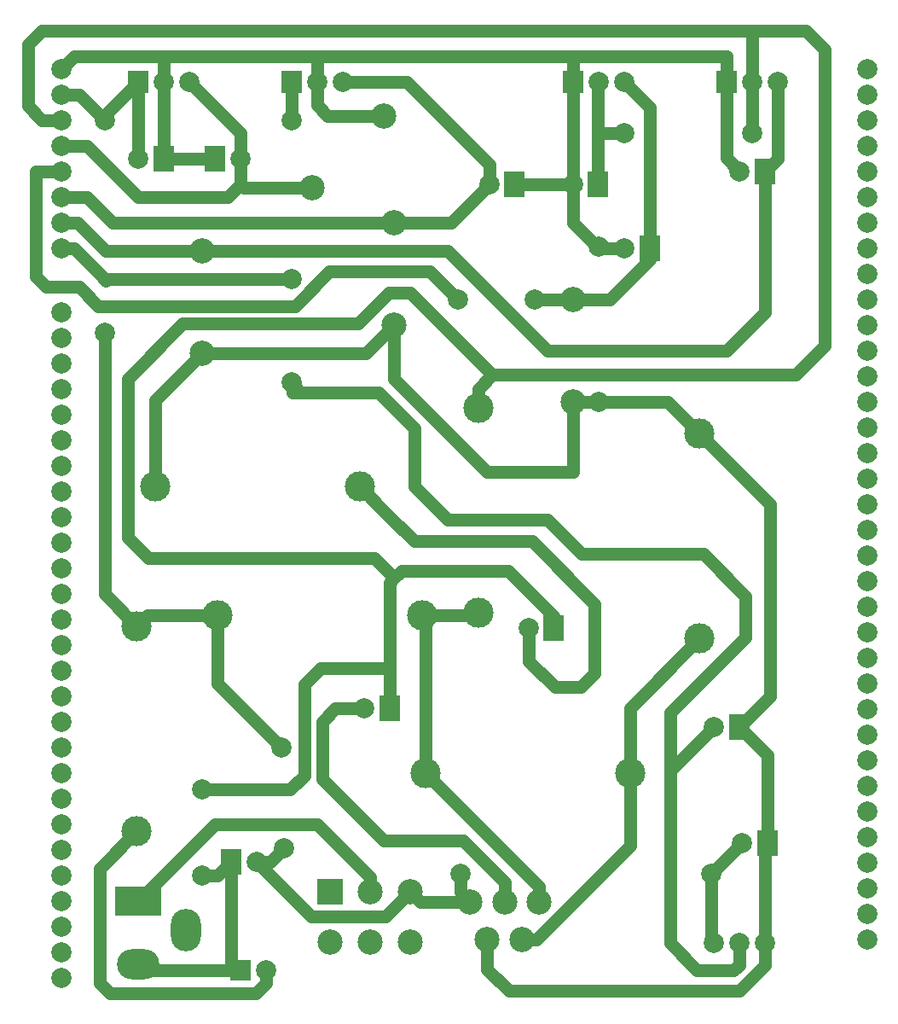
<source format=gbr>
%TF.GenerationSoftware,KiCad,Pcbnew,7.0.5-7.0.5~ubuntu22.04.1*%
%TF.CreationDate,2023-06-13T13:59:48-03:00*%
%TF.ProjectId,Fonte_tensao_LM675,466f6e74-655f-4746-956e-73616f5f4c4d,v01*%
%TF.SameCoordinates,Original*%
%TF.FileFunction,Copper,L2,Bot*%
%TF.FilePolarity,Positive*%
%FSLAX46Y46*%
G04 Gerber Fmt 4.6, Leading zero omitted, Abs format (unit mm)*
G04 Created by KiCad (PCBNEW 7.0.5-7.0.5~ubuntu22.04.1) date 2023-06-13 13:59:48*
%MOMM*%
%LPD*%
G01*
G04 APERTURE LIST*
%TA.AperFunction,ComponentPad*%
%ADD10R,4.600000X3.000000*%
%TD*%
%TA.AperFunction,ComponentPad*%
%ADD11O,4.200000X3.000000*%
%TD*%
%TA.AperFunction,ComponentPad*%
%ADD12O,3.000000X4.200000*%
%TD*%
%TA.AperFunction,ComponentPad*%
%ADD13C,2.500000*%
%TD*%
%TA.AperFunction,ComponentPad*%
%ADD14C,2.000000*%
%TD*%
%TA.AperFunction,ComponentPad*%
%ADD15R,2.000000X2.500000*%
%TD*%
%TA.AperFunction,ComponentPad*%
%ADD16C,3.000000*%
%TD*%
%TA.AperFunction,ComponentPad*%
%ADD17R,2.000000X2.300000*%
%TD*%
%TA.AperFunction,ComponentPad*%
%ADD18R,2.500000X2.500000*%
%TD*%
%TA.AperFunction,ComponentPad*%
%ADD19R,2.000000X2.100000*%
%TD*%
%TA.AperFunction,ViaPad*%
%ADD20C,2.000000*%
%TD*%
%TA.AperFunction,Conductor*%
%ADD21C,1.270000*%
%TD*%
G04 APERTURE END LIST*
D10*
%TO.P,J1,1*%
%TO.N,Net-(J1-Pad1)*%
X114300000Y-139700000D03*
D11*
%TO.P,J1,2*%
%TO.N,GND*%
X114300000Y-146000000D03*
D12*
%TO.P,J1,3*%
%TO.N,N/C*%
X119100000Y-142600000D03*
%TD*%
D13*
%TO.P,U3,1,+*%
%TO.N,Net-(U3-+)*%
X154100000Y-139800000D03*
%TO.P,U3,2,-*%
%TO.N,Net-(U3--)*%
X152400000Y-143500000D03*
%TO.P,U3,3,V-*%
%TO.N,Net-(U3-V-)*%
X150700000Y-139800000D03*
%TO.P,U3,4*%
%TO.N,Earth*%
X149000000Y-143500000D03*
%TO.P,U3,5,V+*%
%TO.N,VCC*%
X147300000Y-139800000D03*
%TD*%
D14*
%TO.P,C2,1*%
%TO.N,Earth*%
X157480000Y-68580000D03*
D15*
%TO.P,C2,2*%
%TO.N,GND*%
X159980000Y-68580000D03*
%TD*%
D14*
%TO.P,C6,1*%
%TO.N,Net-(U3-V-)*%
X136800000Y-120600000D03*
D15*
%TO.P,C6,2*%
%TO.N,GND*%
X139300000Y-120600000D03*
%TD*%
D16*
%TO.P,R1,1*%
%TO.N,VCC*%
X114200000Y-112440000D03*
%TO.P,R1,2*%
%TO.N,Net-(D5-A)*%
X114200000Y-132760000D03*
%TD*%
D13*
%TO.P,D2,1,K*%
%TO.N,Earth*%
X157480000Y-90170000D03*
%TO.P,D2,2,A*%
%TO.N,-9V*%
X157480000Y-80010000D03*
%TD*%
D17*
%TO.P,U1,1,IN*%
%TO.N,VCC*%
X114300000Y-58420000D03*
D14*
%TO.P,U1,2,GND*%
%TO.N,Earth*%
X116840000Y-58420000D03*
%TO.P,U1,3,OUT*%
%TO.N,+9V*%
X119380000Y-58420000D03*
%TD*%
D13*
%TO.P,D4,1,K*%
%TO.N,Earth*%
X120650000Y-85344000D03*
%TO.P,D4,2,A*%
%TO.N,-5V*%
X120650000Y-75184000D03*
%TD*%
D14*
%TO.P,C10,1*%
%TO.N,VCC*%
X174308888Y-133985000D03*
D15*
%TO.P,C10,2*%
%TO.N,Earth*%
X176808888Y-133985000D03*
%TD*%
D14*
%TO.P,J3,1,Pin_1*%
%TO.N,SINC*%
X186690000Y-57150000D03*
%TO.P,J3,2,Pin_2*%
%TO.N,SPI_COPI*%
X186690000Y-59690000D03*
%TO.P,J3,3,Pin_3*%
%TO.N,SPI_CIPO*%
X186690000Y-62230000D03*
%TO.P,J3,4,Pin_4*%
%TO.N,SPI_clk*%
X186690000Y-64770000D03*
%TO.P,J3,5,Pin_5*%
%TO.N,CS (AD9833)*%
X186690000Y-67310000D03*
%TO.P,J3,6,Pin_6*%
%TO.N,CS (X9c10x)*%
X186690000Y-69850000D03*
%TO.P,J3,7,Pin_7*%
%TO.N,unconnected-(J3-Pin_7-Pad7)*%
X186690000Y-72390000D03*
%TO.P,J3,8,Pin_8*%
%TO.N,unconnected-(J3-Pin_8-Pad8)*%
X186690000Y-74930000D03*
%TO.P,J3,9,Pin_9*%
%TO.N,unconnected-(J3-Pin_9-Pad9)*%
X186690000Y-77470000D03*
%TO.P,J3,10,Pin_10*%
%TO.N,unconnected-(J3-Pin_10-Pad10)*%
X186690000Y-80010000D03*
%TO.P,J3,11,Pin_11*%
%TO.N,unconnected-(J3-Pin_11-Pad11)*%
X186690000Y-82550000D03*
%TO.P,J3,12,Pin_12*%
%TO.N,unconnected-(J3-Pin_12-Pad12)*%
X186690000Y-85090000D03*
%TO.P,J3,13,Pin_13*%
%TO.N,unconnected-(J3-Pin_13-Pad13)*%
X186690000Y-87630000D03*
%TO.P,J3,14,Pin_14*%
%TO.N,unconnected-(J3-Pin_14-Pad14)*%
X186690000Y-90170000D03*
%TO.P,J3,15,Pin_15*%
%TO.N,unconnected-(J3-Pin_15-Pad15)*%
X186690000Y-92710000D03*
%TO.P,J3,16,Pin_16*%
%TO.N,unconnected-(J3-Pin_16-Pad16)*%
X186690000Y-95250000D03*
%TO.P,J3,17,Pin_17*%
%TO.N,unconnected-(J3-Pin_17-Pad17)*%
X186690000Y-97790000D03*
%TO.P,J3,18,Pin_18*%
%TO.N,unconnected-(J3-Pin_18-Pad18)*%
X186690000Y-100330000D03*
%TO.P,J3,19,Pin_19*%
%TO.N,unconnected-(J3-Pin_19-Pad19)*%
X186690000Y-102870000D03*
%TO.P,J3,20,Pin_20*%
%TO.N,unconnected-(J3-Pin_20-Pad20)*%
X186690000Y-105410000D03*
%TO.P,J3,21,Pin_21*%
%TO.N,unconnected-(J3-Pin_21-Pad21)*%
X186690000Y-107950000D03*
%TO.P,J3,22,Pin_22*%
%TO.N,unconnected-(J3-Pin_22-Pad22)*%
X186690000Y-110490000D03*
%TO.P,J3,23,Pin_23*%
%TO.N,unconnected-(J3-Pin_23-Pad23)*%
X186690000Y-113030000D03*
%TO.P,J3,24,Pin_24*%
%TO.N,unconnected-(J3-Pin_24-Pad24)*%
X186690000Y-115570000D03*
%TO.P,J3,25,Pin_25*%
%TO.N,unconnected-(J3-Pin_25-Pad25)*%
X186690000Y-118110000D03*
%TO.P,J3,26,Pin_26*%
%TO.N,unconnected-(J3-Pin_26-Pad26)*%
X186690000Y-120650000D03*
%TO.P,J3,27,Pin_27*%
%TO.N,unconnected-(J3-Pin_27-Pad27)*%
X186690000Y-123190000D03*
%TO.P,J3,28,Pin_28*%
%TO.N,unconnected-(J3-Pin_28-Pad28)*%
X186690000Y-125730000D03*
%TO.P,J3,29,Pin_29*%
%TO.N,unconnected-(J3-Pin_29-Pad29)*%
X186690000Y-128270000D03*
%TO.P,J3,30,Pin_30*%
%TO.N,SCL3*%
X186690000Y-130810000D03*
%TO.P,J3,31,Pin_31*%
%TO.N,SDA3*%
X186690000Y-133350000D03*
%TO.P,J3,32,Pin_32*%
%TO.N,SCL2*%
X186690000Y-135890000D03*
%TO.P,J3,33,Pin_33*%
%TO.N,SDA2*%
X186690000Y-138430000D03*
%TO.P,J3,34,Pin_34*%
%TO.N,SCL1*%
X186690000Y-140970000D03*
%TO.P,J3,35,Pin_35*%
%TO.N,SDA1*%
X186690000Y-143510000D03*
%TD*%
D16*
%TO.P,R4,1*%
%TO.N,Net-(U3-+)*%
X142840000Y-127000000D03*
%TO.P,R4,2*%
%TO.N,Net-(U3--)*%
X163160000Y-127000000D03*
%TD*%
D14*
%TO.P,U6,1,GND*%
%TO.N,Earth*%
X176540000Y-143855000D03*
%TO.P,U6,2,VO*%
%TO.N,+3.3V*%
X174000000Y-143855000D03*
%TO.P,U6,3,VI*%
%TO.N,VCC*%
X171460000Y-143855000D03*
%TD*%
%TO.P,C9,1*%
%TO.N,Earth*%
X174030000Y-67310000D03*
D15*
%TO.P,C9,2*%
%TO.N,-5V*%
X176530000Y-67310000D03*
%TD*%
D16*
%TO.P,R5,1*%
%TO.N,Net-(U3--)*%
X170053000Y-113665000D03*
%TO.P,R5,2*%
%TO.N,Earth*%
X170053000Y-93345000D03*
%TD*%
D17*
%TO.P,U2,1,GND*%
%TO.N,Earth*%
X157480000Y-58420000D03*
D14*
%TO.P,U2,2,VI*%
%TO.N,GND*%
X160020000Y-58420000D03*
%TO.P,U2,3,VO*%
%TO.N,-9V*%
X162560000Y-58420000D03*
%TD*%
%TO.P,C8,1*%
%TO.N,+5V*%
X149194888Y-68580000D03*
D15*
%TO.P,C8,2*%
%TO.N,Earth*%
X151694888Y-68580000D03*
%TD*%
D14*
%TO.P,J4,1,Pin_1*%
%TO.N,Earth*%
X106680000Y-57150000D03*
%TO.P,J4,2,Pin_2*%
%TO.N,VCC*%
X106680000Y-59690000D03*
%TO.P,J4,3,Pin_3*%
%TO.N,GND*%
X106680000Y-62230000D03*
%TO.P,J4,4,Pin_4*%
%TO.N,+9V*%
X106680000Y-64770000D03*
%TO.P,J4,5,Pin_5*%
%TO.N,-9V*%
X106680000Y-67310000D03*
%TO.P,J4,6,Pin_6*%
%TO.N,+5V*%
X106680000Y-69850000D03*
%TO.P,J4,7,Pin_7*%
%TO.N,-5V*%
X106680000Y-72390000D03*
%TO.P,J4,8,Pin_8*%
%TO.N,+3.3V*%
X106680000Y-74930000D03*
%TD*%
%TO.P,J2,1,Pin_1*%
%TO.N,unconnected-(J2-Pin_1-Pad1)*%
X106680000Y-81280000D03*
%TO.P,J2,2,Pin_2*%
%TO.N,unconnected-(J2-Pin_2-Pad2)*%
X106680000Y-83820000D03*
%TO.P,J2,3,Pin_3*%
%TO.N,unconnected-(J2-Pin_3-Pad3)*%
X106680000Y-86360000D03*
%TO.P,J2,4,Pin_4*%
%TO.N,unconnected-(J2-Pin_4-Pad4)*%
X106680000Y-88900000D03*
%TO.P,J2,5,Pin_5*%
%TO.N,unconnected-(J2-Pin_5-Pad5)*%
X106680000Y-91440000D03*
%TO.P,J2,6,Pin_6*%
%TO.N,unconnected-(J2-Pin_6-Pad6)*%
X106680000Y-93980000D03*
%TO.P,J2,7,Pin_7*%
%TO.N,unconnected-(J2-Pin_7-Pad7)*%
X106680000Y-96520000D03*
%TO.P,J2,8,Pin_8*%
%TO.N,unconnected-(J2-Pin_8-Pad8)*%
X106680000Y-99060000D03*
%TO.P,J2,9,Pin_9*%
%TO.N,unconnected-(J2-Pin_9-Pad9)*%
X106680000Y-101600000D03*
%TO.P,J2,10,Pin_10*%
%TO.N,unconnected-(J2-Pin_10-Pad10)*%
X106680000Y-104140000D03*
%TO.P,J2,11,Pin_11*%
%TO.N,unconnected-(J2-Pin_11-Pad11)*%
X106680000Y-106680000D03*
%TO.P,J2,12,Pin_12*%
%TO.N,unconnected-(J2-Pin_12-Pad12)*%
X106680000Y-109220000D03*
%TO.P,J2,13,Pin_13*%
%TO.N,unconnected-(J2-Pin_13-Pad13)*%
X106680000Y-111760000D03*
%TO.P,J2,14,Pin_14*%
%TO.N,unconnected-(J2-Pin_14-Pad14)*%
X106680000Y-114300000D03*
%TO.P,J2,15,Pin_15*%
%TO.N,unconnected-(J2-Pin_15-Pad15)*%
X106680000Y-116840000D03*
%TO.P,J2,16,Pin_16*%
%TO.N,unconnected-(J2-Pin_16-Pad16)*%
X106680000Y-119380000D03*
%TO.P,J2,17,Pin_17*%
%TO.N,unconnected-(J2-Pin_17-Pad17)*%
X106680000Y-121920000D03*
%TO.P,J2,18,Pin_18*%
%TO.N,unconnected-(J2-Pin_18-Pad18)*%
X106680000Y-124460000D03*
%TO.P,J2,19,Pin_19*%
%TO.N,unconnected-(J2-Pin_19-Pad19)*%
X106680000Y-127000000D03*
%TO.P,J2,20,Pin_20*%
%TO.N,I1*%
X106680000Y-129540000D03*
%TO.P,J2,21,Pin_21*%
%TO.N,I2*%
X106680000Y-132080000D03*
%TO.P,J2,22,Pin_22*%
%TO.N,Ampl1*%
X106680000Y-134620000D03*
%TO.P,J2,23,Pin_23*%
%TO.N,Ampl2*%
X106680000Y-137160000D03*
%TO.P,J2,24,Pin_24*%
%TO.N,Sin1*%
X106680000Y-139700000D03*
%TO.P,J2,25,Pin_25*%
%TO.N,Sin2*%
X106680000Y-142240000D03*
%TO.P,J2,26,Pin_26*%
%TO.N,SinA*%
X106680000Y-144780000D03*
%TO.P,J2,27,Pin_27*%
%TO.N,SinB*%
X106680000Y-147320000D03*
%TD*%
D18*
%TO.P,SW1,1,A*%
%TO.N,unconnected-(SW1-A-Pad1)*%
X133350000Y-138764000D03*
D13*
%TO.P,SW1,2,B*%
%TO.N,Net-(J1-Pad1)*%
X137350000Y-138764000D03*
%TO.P,SW1,3,C*%
%TO.N,VCC*%
X141350000Y-138764000D03*
%TO.P,SW1,4,A*%
%TO.N,unconnected-(SW1-A-Pad4)*%
X133350000Y-143764000D03*
%TO.P,SW1,5,B*%
%TO.N,unconnected-(SW1-B-Pad5)*%
X137350000Y-143764000D03*
%TO.P,SW1,6,C*%
%TO.N,unconnected-(SW1-C-Pad6)*%
X141350000Y-143764000D03*
%TD*%
D16*
%TO.P,R2,1*%
%TO.N,VCC*%
X122174000Y-111379000D03*
%TO.P,R2,2*%
%TO.N,Net-(U3-+)*%
X142494000Y-111379000D03*
%TD*%
D17*
%TO.P,U4,1,IN*%
%TO.N,VCC*%
X129540000Y-58420000D03*
D14*
%TO.P,U4,2,GND*%
%TO.N,Earth*%
X132080000Y-58420000D03*
%TO.P,U4,3,OUT*%
%TO.N,+5V*%
X134620000Y-58420000D03*
%TD*%
%TO.P,C5,1*%
%TO.N,Earth*%
X162600000Y-74930000D03*
D15*
%TO.P,C5,2*%
%TO.N,-9V*%
X165100000Y-74930000D03*
%TD*%
D17*
%TO.P,U5,1,GND*%
%TO.N,Earth*%
X172720000Y-58420000D03*
D14*
%TO.P,U5,2,VI*%
%TO.N,GND*%
X175260000Y-58420000D03*
%TO.P,U5,3,VO*%
%TO.N,-5V*%
X177800000Y-58420000D03*
%TD*%
%TO.P,C7,1*%
%TO.N,Net-(C7-Pad1)*%
X153100000Y-112600000D03*
D15*
%TO.P,C7,2*%
%TO.N,GND*%
X155600000Y-112600000D03*
%TD*%
D14*
%TO.P,C1,1*%
%TO.N,VCC*%
X114340000Y-66040000D03*
D15*
%TO.P,C1,2*%
%TO.N,Earth*%
X116840000Y-66040000D03*
%TD*%
D16*
%TO.P,R3,1*%
%TO.N,Net-(U3-+)*%
X148082000Y-111125000D03*
%TO.P,R3,2*%
%TO.N,GND*%
X148082000Y-90805000D03*
%TD*%
D13*
%TO.P,D3,1,K*%
%TO.N,+5V*%
X139700000Y-72390000D03*
%TO.P,D3,2,A*%
%TO.N,Earth*%
X139700000Y-82550000D03*
%TD*%
D14*
%TO.P,C11,1*%
%TO.N,+3.3V*%
X171500000Y-122400000D03*
D15*
%TO.P,C11,2*%
%TO.N,Earth*%
X174000000Y-122400000D03*
%TD*%
D14*
%TO.P,C3,1*%
%TO.N,VCC*%
X126100000Y-135800000D03*
D15*
%TO.P,C3,2*%
%TO.N,GND*%
X123600000Y-135800000D03*
%TD*%
D16*
%TO.P,R6,1*%
%TO.N,Earth*%
X116000000Y-98600000D03*
%TO.P,R6,2*%
%TO.N,Net-(C7-Pad1)*%
X136320000Y-98600000D03*
%TD*%
D14*
%TO.P,C4,1*%
%TO.N,+9V*%
X124460000Y-66040000D03*
D15*
%TO.P,C4,2*%
%TO.N,Earth*%
X121960000Y-66040000D03*
%TD*%
D13*
%TO.P,D1,1,K*%
%TO.N,+9V*%
X131572000Y-68961000D03*
%TO.P,D1,2,A*%
%TO.N,Earth*%
X138756205Y-61776795D03*
%TD*%
D14*
%TO.P,D5,2,A*%
%TO.N,Net-(D5-A)*%
X127000000Y-146600000D03*
D19*
%TO.P,D5,1,K*%
%TO.N,GND*%
X124460000Y-146600000D03*
%TD*%
D20*
%TO.N,VCC*%
X110998000Y-62230000D03*
X171196000Y-137033000D03*
X129540000Y-62230000D03*
X146304000Y-137033000D03*
X110998000Y-83312000D03*
X128524000Y-124460000D03*
X128778000Y-134493000D03*
%TO.N,GND*%
X175260000Y-63500000D03*
X162560000Y-63500000D03*
X120650000Y-128651000D03*
X120650000Y-137160000D03*
%TO.N,Earth*%
X160020000Y-74803000D03*
X160020000Y-90170000D03*
%TO.N,-9V*%
X153670000Y-80010000D03*
X146050000Y-80010000D03*
%TO.N,+3.3V*%
X129540000Y-77978000D03*
X129540000Y-88265000D03*
%TD*%
D21*
%TO.N,VCC*%
X110998000Y-83312000D02*
X110998000Y-109238000D01*
X147300000Y-139800000D02*
X142386000Y-139800000D01*
X128524000Y-124460000D02*
X122174000Y-118110000D01*
X146304000Y-137033000D02*
X146304000Y-138804000D01*
X108458000Y-59690000D02*
X106680000Y-59690000D01*
X122174000Y-111379000D02*
X115261000Y-111379000D01*
X171260888Y-137033000D02*
X174308888Y-133985000D01*
X138890000Y-141224000D02*
X131524000Y-141224000D01*
X110998000Y-62230000D02*
X108458000Y-59690000D01*
X142386000Y-139800000D02*
X141350000Y-138764000D01*
X171196000Y-143591000D02*
X171460000Y-143855000D01*
X129540000Y-62230000D02*
X129540000Y-58420000D01*
X126100000Y-135800000D02*
X127471000Y-135800000D01*
X171196000Y-137033000D02*
X171260888Y-137033000D01*
X131524000Y-141224000D02*
X126100000Y-135800000D01*
X171196000Y-137033000D02*
X171196000Y-143591000D01*
X115261000Y-111379000D02*
X114200000Y-112440000D01*
X114340000Y-66040000D02*
X114340000Y-58460000D01*
X146304000Y-138804000D02*
X147300000Y-139800000D01*
X141350000Y-138764000D02*
X138890000Y-141224000D01*
X114340000Y-58460000D02*
X114300000Y-58420000D01*
X122174000Y-118110000D02*
X122174000Y-111379000D01*
X110998000Y-62230000D02*
X110998000Y-61722000D01*
X110998000Y-109238000D02*
X114200000Y-112440000D01*
X110998000Y-61722000D02*
X114300000Y-58420000D01*
X127471000Y-135800000D02*
X128778000Y-134493000D01*
%TO.N,GND*%
X122240000Y-137160000D02*
X123600000Y-135800000D01*
X180594000Y-53340000D02*
X182499000Y-55245000D01*
X130810000Y-118237000D02*
X132461000Y-116586000D01*
X120650000Y-137160000D02*
X122240000Y-137160000D01*
X118745000Y-82423000D02*
X136144000Y-82423000D01*
X139300000Y-120600000D02*
X139300000Y-116586000D01*
X151065370Y-106934000D02*
X155600000Y-111468630D01*
X140462000Y-106934000D02*
X151065370Y-106934000D01*
X175260000Y-63500000D02*
X175260000Y-58420000D01*
X113284000Y-103632000D02*
X113284000Y-87884000D01*
X160020000Y-68540000D02*
X159980000Y-68580000D01*
X114900000Y-146600000D02*
X114300000Y-146000000D01*
X136144000Y-82423000D02*
X139192000Y-79375000D01*
X139300000Y-108096000D02*
X139763500Y-107632500D01*
X159980000Y-58460000D02*
X160020000Y-58420000D01*
X175260000Y-53340000D02*
X175260000Y-58420000D01*
X139192000Y-79375000D02*
X141351000Y-79375000D01*
X113284000Y-87884000D02*
X118745000Y-82423000D01*
X179578000Y-87503000D02*
X182499000Y-84582000D01*
X139763500Y-107632500D02*
X137795000Y-105664000D01*
X182499000Y-84582000D02*
X182499000Y-55245000D01*
X132461000Y-116586000D02*
X139300000Y-116586000D01*
X103378000Y-60833000D02*
X103378000Y-54737000D01*
X175260000Y-53340000D02*
X180594000Y-53340000D01*
X159980000Y-63500000D02*
X159980000Y-58460000D01*
X123600000Y-135800000D02*
X123600000Y-145740000D01*
X104775000Y-62230000D02*
X103378000Y-60833000D01*
X123600000Y-145740000D02*
X124460000Y-146600000D01*
X141351000Y-79375000D02*
X149479000Y-87503000D01*
X130810000Y-127254000D02*
X130810000Y-118237000D01*
X115316000Y-105664000D02*
X113284000Y-103632000D01*
X106680000Y-62230000D02*
X104775000Y-62230000D01*
X139300000Y-116586000D02*
X139300000Y-108096000D01*
X159980000Y-68580000D02*
X159980000Y-63500000D01*
X148082000Y-88900000D02*
X149479000Y-87503000D01*
X137795000Y-105664000D02*
X115316000Y-105664000D01*
X104775000Y-53340000D02*
X175260000Y-53340000D01*
X103378000Y-54737000D02*
X104775000Y-53340000D01*
X139763500Y-107632500D02*
X140462000Y-106934000D01*
X155600000Y-111468630D02*
X155600000Y-112600000D01*
X120650000Y-128651000D02*
X129413000Y-128651000D01*
X124460000Y-146600000D02*
X114900000Y-146600000D01*
X148082000Y-90805000D02*
X148082000Y-88900000D01*
X149479000Y-87503000D02*
X179578000Y-87503000D01*
X129413000Y-128651000D02*
X130810000Y-127254000D01*
X162560000Y-63500000D02*
X159980000Y-63500000D01*
%TO.N,Net-(U3-V-)*%
X136800000Y-120600000D02*
X133908000Y-120600000D01*
X146558000Y-133731000D02*
X150700000Y-137873000D01*
X133908000Y-120600000D02*
X132588000Y-121920000D01*
X150700000Y-137873000D02*
X150700000Y-139800000D01*
X132588000Y-127635000D02*
X138684000Y-133731000D01*
X138684000Y-133731000D02*
X146558000Y-133731000D01*
X132588000Y-121920000D02*
X132588000Y-127635000D01*
%TO.N,Net-(C7-Pad1)*%
X153416000Y-104013000D02*
X141732000Y-104013000D01*
X139065000Y-101345000D02*
X139065000Y-101346000D01*
X153100000Y-115889000D02*
X155702000Y-118491000D01*
X153100000Y-112600000D02*
X153100000Y-115889000D01*
X159639000Y-117094000D02*
X159639000Y-110236000D01*
X139065000Y-101345000D02*
X136320000Y-98600000D01*
X139065000Y-101346000D02*
X141732000Y-104013000D01*
X155702000Y-118491000D02*
X158242000Y-118491000D01*
X159639000Y-110236000D02*
X153416000Y-104013000D01*
X158242000Y-118491000D02*
X159639000Y-117094000D01*
%TO.N,Earth*%
X157480000Y-72390000D02*
X157480000Y-68580000D01*
X162600000Y-74930000D02*
X160020000Y-74930000D01*
X160020000Y-74930000D02*
X157480000Y-72390000D01*
X132080000Y-55880000D02*
X157480000Y-55880000D01*
X148952000Y-97136000D02*
X139700000Y-87884000D01*
X132080000Y-55880000D02*
X132080000Y-58420000D01*
X136906000Y-85344000D02*
X139700000Y-82550000D01*
X174000000Y-122400000D02*
X177038000Y-119362000D01*
X139700000Y-87884000D02*
X139700000Y-82550000D01*
X132080000Y-60706000D02*
X133150795Y-61776795D01*
X116000000Y-89994000D02*
X120650000Y-85344000D01*
X149000000Y-146460000D02*
X151130000Y-148590000D01*
X172720000Y-58420000D02*
X172720000Y-66000000D01*
X116840000Y-55880000D02*
X132080000Y-55880000D01*
X160020000Y-90170000D02*
X166878000Y-90170000D01*
X116000000Y-98600000D02*
X116000000Y-89994000D01*
X157480000Y-55880000D02*
X172720000Y-55880000D01*
X106680000Y-57150000D02*
X107950000Y-55880000D01*
X133150795Y-61776795D02*
X138756205Y-61776795D01*
X121960000Y-66040000D02*
X116840000Y-66040000D01*
X166878000Y-90170000D02*
X170053000Y-93345000D01*
X132080000Y-58420000D02*
X132080000Y-60706000D01*
X157480000Y-97136000D02*
X148952000Y-97136000D01*
X107950000Y-55880000D02*
X116840000Y-55880000D01*
X176540000Y-134253888D02*
X176808888Y-133985000D01*
X176540000Y-146040000D02*
X176540000Y-143855000D01*
X151694888Y-68580000D02*
X157480000Y-68580000D01*
X157480000Y-58420000D02*
X157480000Y-68580000D01*
X177038000Y-100330000D02*
X170053000Y-93345000D01*
X120650000Y-85344000D02*
X136906000Y-85344000D01*
X173990000Y-148590000D02*
X176540000Y-146040000D01*
X157480000Y-55880000D02*
X157480000Y-58420000D01*
X176540000Y-143855000D02*
X176540000Y-134253888D01*
X157480000Y-90170000D02*
X157480000Y-97136000D01*
X177038000Y-119362000D02*
X177038000Y-100330000D01*
X176808888Y-133985000D02*
X176808888Y-125208888D01*
X149000000Y-143500000D02*
X149000000Y-146460000D01*
X172720000Y-66000000D02*
X174030000Y-67310000D01*
X116840000Y-66040000D02*
X116840000Y-58420000D01*
X176808888Y-125208888D02*
X174000000Y-122400000D01*
X116840000Y-55880000D02*
X116840000Y-58420000D01*
X172720000Y-55880000D02*
X172720000Y-58420000D01*
X151130000Y-148590000D02*
X173990000Y-148590000D01*
X160020000Y-90170000D02*
X157480000Y-90170000D01*
%TO.N,+9V*%
X106680000Y-64770000D02*
X109220000Y-64770000D01*
X124460000Y-63500000D02*
X124460000Y-66040000D01*
X131572000Y-68961000D02*
X124841000Y-68961000D01*
X119380000Y-58420000D02*
X124460000Y-63500000D01*
X124460000Y-68580000D02*
X124460000Y-66040000D01*
X114300000Y-69850000D02*
X123190000Y-69850000D01*
X123190000Y-69850000D02*
X124460000Y-68580000D01*
X124841000Y-68961000D02*
X124460000Y-68580000D01*
X109220000Y-64770000D02*
X114300000Y-69850000D01*
%TO.N,-9V*%
X108458000Y-78740000D02*
X105156000Y-78740000D01*
X110371000Y-80653000D02*
X108458000Y-78740000D01*
X157480000Y-80010000D02*
X161151370Y-80010000D01*
X104140000Y-77724000D02*
X104140000Y-67310000D01*
X165100000Y-74930000D02*
X165100000Y-60960000D01*
X143256000Y-77216000D02*
X133321346Y-77216000D01*
X165100000Y-60960000D02*
X162560000Y-58420000D01*
X165100000Y-76061370D02*
X165100000Y-74930000D01*
X104140000Y-67310000D02*
X106680000Y-67310000D01*
X153670000Y-80010000D02*
X157480000Y-80010000D01*
X133321346Y-77216000D02*
X129884346Y-80653000D01*
X105156000Y-78740000D02*
X104140000Y-77724000D01*
X129884346Y-80653000D02*
X110371000Y-80653000D01*
X146050000Y-80010000D02*
X143256000Y-77216000D01*
X161151370Y-80010000D02*
X165100000Y-76061370D01*
%TO.N,+5V*%
X142240000Y-72390000D02*
X111760000Y-72390000D01*
X109220000Y-69850000D02*
X106680000Y-69850000D01*
X149194888Y-66644888D02*
X140970000Y-58420000D01*
X149194888Y-68580000D02*
X149194888Y-66644888D01*
X140970000Y-58420000D02*
X134620000Y-58420000D01*
X145384888Y-72390000D02*
X142240000Y-72390000D01*
X139700000Y-72390000D02*
X142240000Y-72390000D01*
X111760000Y-72390000D02*
X109220000Y-69850000D01*
X149194888Y-68580000D02*
X145384888Y-72390000D01*
%TO.N,-5V*%
X172720000Y-85090000D02*
X176530000Y-81280000D01*
X145034000Y-75184000D02*
X146050000Y-76200000D01*
X154940000Y-85090000D02*
X172720000Y-85090000D01*
X177800000Y-58420000D02*
X177800000Y-66040000D01*
X120650000Y-75184000D02*
X111125000Y-75184000D01*
X177800000Y-66040000D02*
X176530000Y-67310000D01*
X120650000Y-75184000D02*
X145034000Y-75184000D01*
X176530000Y-81280000D02*
X176530000Y-67310000D01*
X111125000Y-75184000D02*
X110934500Y-74993500D01*
X146050000Y-76200000D02*
X154940000Y-85090000D01*
X106680000Y-72390000D02*
X108331000Y-72390000D01*
X108331000Y-72390000D02*
X110934500Y-74993500D01*
%TO.N,+3.3V*%
X141732000Y-92805250D02*
X138176000Y-89249250D01*
X106680000Y-74930000D02*
X107950000Y-74930000D01*
X174625000Y-109474000D02*
X170434000Y-105283000D01*
X145034000Y-101854000D02*
X141732000Y-98552000D01*
X110998000Y-77978000D02*
X110617000Y-77597000D01*
X129540000Y-77978000D02*
X110998000Y-77978000D01*
X167132000Y-121031000D02*
X174625000Y-113538000D01*
X174000000Y-143855000D02*
X174000000Y-146030000D01*
X129540000Y-88265000D02*
X130111500Y-88836500D01*
X129635250Y-89249250D02*
X138176000Y-89249250D01*
X174625000Y-113538000D02*
X174625000Y-109474000D01*
X110617000Y-77597000D02*
X111155000Y-78135000D01*
X174000000Y-146030000D02*
X173472000Y-146558000D01*
X170434000Y-105283000D02*
X158369000Y-105283000D01*
X141732000Y-98552000D02*
X141732000Y-92805250D01*
X169799000Y-146558000D02*
X167132000Y-143891000D01*
X167132000Y-126768000D02*
X167132000Y-121031000D01*
X154940000Y-101854000D02*
X145034000Y-101854000D01*
X107950000Y-74930000D02*
X110617000Y-77597000D01*
X167132000Y-143891000D02*
X167132000Y-126768000D01*
X173472000Y-146558000D02*
X169799000Y-146558000D01*
X158369000Y-105283000D02*
X154940000Y-101854000D01*
X167132000Y-126768000D02*
X171500000Y-122400000D01*
%TO.N,Net-(D5-A)*%
X127000000Y-147872792D02*
X126028792Y-148844000D01*
X110490000Y-136470000D02*
X114200000Y-132760000D01*
X110490000Y-147828000D02*
X110490000Y-136470000D01*
X111506000Y-148844000D02*
X110490000Y-147828000D01*
X126028792Y-148844000D02*
X111506000Y-148844000D01*
X127000000Y-146600000D02*
X127000000Y-147872792D01*
%TO.N,Net-(J1-Pad1)*%
X137350000Y-138764000D02*
X137350000Y-137350000D01*
X121920000Y-132080000D02*
X114300000Y-139700000D01*
X132080000Y-132080000D02*
X121920000Y-132080000D01*
X137350000Y-137350000D02*
X132080000Y-132080000D01*
%TO.N,Net-(U3-+)*%
X142494000Y-111379000D02*
X147828000Y-111379000D01*
X142840000Y-127000000D02*
X142840000Y-111725000D01*
X154100000Y-138260000D02*
X142840000Y-127000000D01*
X142840000Y-111725000D02*
X142494000Y-111379000D01*
X147828000Y-111379000D02*
X148082000Y-111125000D01*
X154100000Y-139800000D02*
X154100000Y-138260000D01*
%TO.N,Net-(U3--)*%
X163160000Y-134210000D02*
X163160000Y-127000000D01*
X152400000Y-143500000D02*
X153870000Y-143500000D01*
X163160000Y-120558000D02*
X170053000Y-113665000D01*
X163160000Y-127000000D02*
X163160000Y-120558000D01*
X153870000Y-143500000D02*
X163160000Y-134210000D01*
%TD*%
M02*

</source>
